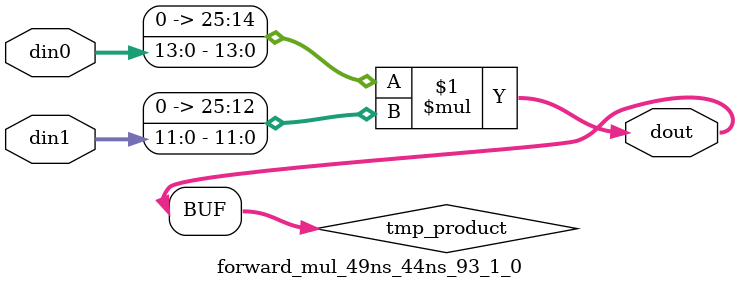
<source format=v>

`timescale 1 ns / 1 ps

 module forward_mul_49ns_44ns_93_1_0(din0, din1, dout);
parameter ID = 1;
parameter NUM_STAGE = 0;
parameter din0_WIDTH = 14;
parameter din1_WIDTH = 12;
parameter dout_WIDTH = 26;

input [din0_WIDTH - 1 : 0] din0; 
input [din1_WIDTH - 1 : 0] din1; 
output [dout_WIDTH - 1 : 0] dout;

wire signed [dout_WIDTH - 1 : 0] tmp_product;
























assign tmp_product = $signed({1'b0, din0}) * $signed({1'b0, din1});











assign dout = tmp_product;





















endmodule

</source>
